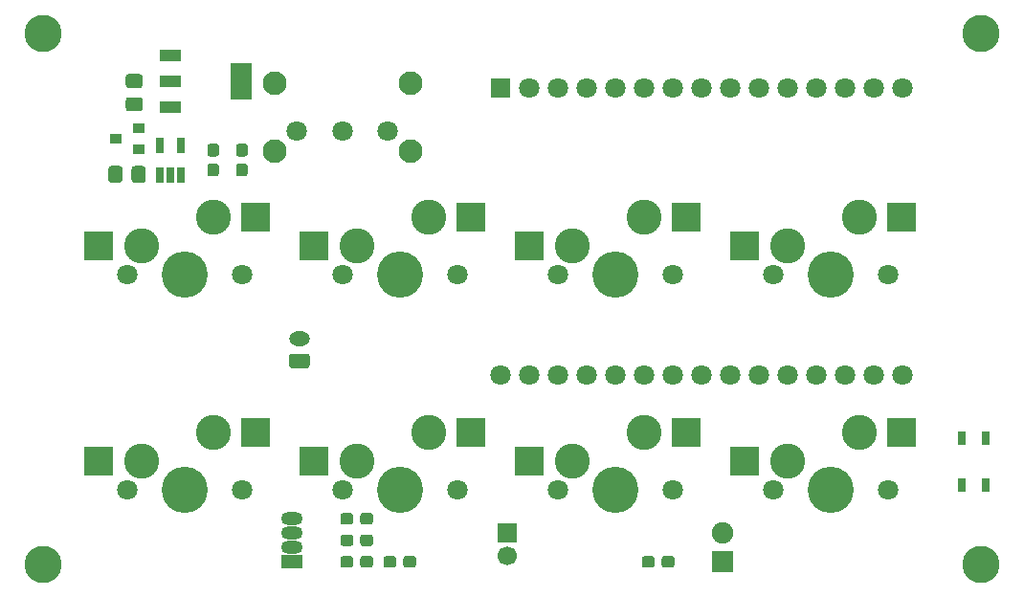
<source format=gbs>
G04 #@! TF.GenerationSoftware,KiCad,Pcbnew,(5.1.6)-1*
G04 #@! TF.CreationDate,2021-05-26T01:20:37+09:00*
G04 #@! TF.ProjectId,ble_macro_keyboard,626c655f-6d61-4637-926f-5f6b6579626f,rev?*
G04 #@! TF.SameCoordinates,Original*
G04 #@! TF.FileFunction,Soldermask,Bot*
G04 #@! TF.FilePolarity,Negative*
%FSLAX46Y46*%
G04 Gerber Fmt 4.6, Leading zero omitted, Abs format (unit mm)*
G04 Created by KiCad (PCBNEW (5.1.6)-1) date 2021-05-26 01:20:37*
%MOMM*%
%LPD*%
G01*
G04 APERTURE LIST*
%ADD10C,1.800000*%
%ADD11C,2.100000*%
%ADD12C,3.300000*%
%ADD13R,1.800000X1.800000*%
%ADD14R,0.658800X1.370000*%
%ADD15R,2.650000X2.600000*%
%ADD16C,3.100000*%
%ADD17C,4.087800*%
%ADD18C,1.801800*%
%ADD19R,0.750000X1.150000*%
%ADD20R,1.000000X0.900000*%
%ADD21O,1.850000X1.300000*%
%ADD22R,1.850000X3.300000*%
%ADD23R,1.850000X1.050000*%
%ADD24O,1.900000X1.170000*%
%ADD25R,1.900000X1.170000*%
%ADD26C,1.900000*%
%ADD27R,1.900000X1.900000*%
%ADD28C,1.700000*%
%ADD29R,1.700000X1.700000*%
G04 APERTURE END LIST*
D10*
X34480000Y-12700000D03*
X30480000Y-12700000D03*
X26480000Y-12700000D03*
D11*
X24480000Y-8450000D03*
X36480000Y-8450000D03*
X36480000Y-14450000D03*
X24480000Y-14450000D03*
D12*
X87000000Y-51000000D03*
X87000000Y-4000000D03*
X4000000Y-4000000D03*
X4000000Y-51000000D03*
D10*
X44450000Y-34290000D03*
X46990000Y-34290000D03*
X49530000Y-34290000D03*
X52070000Y-34290000D03*
X54610000Y-34290000D03*
X57150000Y-34290000D03*
X59690000Y-34290000D03*
X62230000Y-34290000D03*
X64770000Y-34290000D03*
X67310000Y-34290000D03*
X69850000Y-34290000D03*
X72390000Y-34290000D03*
X74930000Y-34290000D03*
X77470000Y-34290000D03*
X80010000Y-34290000D03*
X80010000Y-8890000D03*
X77470000Y-8890000D03*
X74930000Y-8890000D03*
X72390000Y-8890000D03*
X69850000Y-8890000D03*
X67310000Y-8890000D03*
X64770000Y-8890000D03*
X62230000Y-8890000D03*
X59690000Y-8890000D03*
X57150000Y-8890000D03*
X54610000Y-8890000D03*
X52070000Y-8890000D03*
X49530000Y-8890000D03*
X46990000Y-8890000D03*
D13*
X44450000Y-8890000D03*
D14*
X16179800Y-13944600D03*
X14300200Y-13944600D03*
X14300200Y-16535400D03*
X15240000Y-16535400D03*
X16179800Y-16535400D03*
D15*
X79950000Y-39370000D03*
D16*
X76200000Y-39370000D03*
X69850000Y-41910000D03*
D17*
X73660000Y-44450000D03*
D18*
X78740000Y-44450000D03*
X68580000Y-44450000D03*
D15*
X66100000Y-41910000D03*
X60900000Y-39370000D03*
D16*
X57150000Y-39370000D03*
X50800000Y-41910000D03*
D17*
X54610000Y-44450000D03*
D18*
X59690000Y-44450000D03*
X49530000Y-44450000D03*
D15*
X47050000Y-41910000D03*
X41850000Y-39370000D03*
D16*
X38100000Y-39370000D03*
X31750000Y-41910000D03*
D17*
X35560000Y-44450000D03*
D18*
X40640000Y-44450000D03*
X30480000Y-44450000D03*
D15*
X28000000Y-41910000D03*
X22800000Y-39370000D03*
D16*
X19050000Y-39370000D03*
X12700000Y-41910000D03*
D17*
X16510000Y-44450000D03*
D18*
X21590000Y-44450000D03*
X11430000Y-44450000D03*
D15*
X8950000Y-41910000D03*
X79950000Y-20320000D03*
D16*
X76200000Y-20320000D03*
X69850000Y-22860000D03*
D17*
X73660000Y-25400000D03*
D18*
X78740000Y-25400000D03*
X68580000Y-25400000D03*
D15*
X66100000Y-22860000D03*
X60900000Y-20320000D03*
D16*
X57150000Y-20320000D03*
X50800000Y-22860000D03*
D17*
X54610000Y-25400000D03*
D18*
X59690000Y-25400000D03*
X49530000Y-25400000D03*
D15*
X47050000Y-22860000D03*
X41850000Y-20320000D03*
D16*
X38100000Y-20320000D03*
X31750000Y-22860000D03*
D17*
X35560000Y-25400000D03*
D18*
X40640000Y-25400000D03*
X30480000Y-25400000D03*
D15*
X28000000Y-22860000D03*
X22800000Y-20320000D03*
D16*
X19050000Y-20320000D03*
X12700000Y-22860000D03*
D17*
X16510000Y-25400000D03*
D18*
X21590000Y-25400000D03*
X11430000Y-25400000D03*
D15*
X8950000Y-22860000D03*
D19*
X87435000Y-43985000D03*
X87435000Y-39835000D03*
X85285000Y-43985000D03*
X85285000Y-39835000D03*
G36*
G01*
X35260000Y-50537500D02*
X35260000Y-51062500D01*
G75*
G02*
X34997500Y-51325000I-262500J0D01*
G01*
X34372500Y-51325000D01*
G75*
G02*
X34110000Y-51062500I0J262500D01*
G01*
X34110000Y-50537500D01*
G75*
G02*
X34372500Y-50275000I262500J0D01*
G01*
X34997500Y-50275000D01*
G75*
G02*
X35260000Y-50537500I0J-262500D01*
G01*
G37*
G36*
G01*
X37010000Y-50537500D02*
X37010000Y-51062500D01*
G75*
G02*
X36747500Y-51325000I-262500J0D01*
G01*
X36122500Y-51325000D01*
G75*
G02*
X35860000Y-51062500I0J262500D01*
G01*
X35860000Y-50537500D01*
G75*
G02*
X36122500Y-50275000I262500J0D01*
G01*
X36747500Y-50275000D01*
G75*
G02*
X37010000Y-50537500I0J-262500D01*
G01*
G37*
G36*
G01*
X31450000Y-48632500D02*
X31450000Y-49157500D01*
G75*
G02*
X31187500Y-49420000I-262500J0D01*
G01*
X30562500Y-49420000D01*
G75*
G02*
X30300000Y-49157500I0J262500D01*
G01*
X30300000Y-48632500D01*
G75*
G02*
X30562500Y-48370000I262500J0D01*
G01*
X31187500Y-48370000D01*
G75*
G02*
X31450000Y-48632500I0J-262500D01*
G01*
G37*
G36*
G01*
X33200000Y-48632500D02*
X33200000Y-49157500D01*
G75*
G02*
X32937500Y-49420000I-262500J0D01*
G01*
X32312500Y-49420000D01*
G75*
G02*
X32050000Y-49157500I0J262500D01*
G01*
X32050000Y-48632500D01*
G75*
G02*
X32312500Y-48370000I262500J0D01*
G01*
X32937500Y-48370000D01*
G75*
G02*
X33200000Y-48632500I0J-262500D01*
G01*
G37*
G36*
G01*
X31450000Y-46727500D02*
X31450000Y-47252500D01*
G75*
G02*
X31187500Y-47515000I-262500J0D01*
G01*
X30562500Y-47515000D01*
G75*
G02*
X30300000Y-47252500I0J262500D01*
G01*
X30300000Y-46727500D01*
G75*
G02*
X30562500Y-46465000I262500J0D01*
G01*
X31187500Y-46465000D01*
G75*
G02*
X31450000Y-46727500I0J-262500D01*
G01*
G37*
G36*
G01*
X33200000Y-46727500D02*
X33200000Y-47252500D01*
G75*
G02*
X32937500Y-47515000I-262500J0D01*
G01*
X32312500Y-47515000D01*
G75*
G02*
X32050000Y-47252500I0J262500D01*
G01*
X32050000Y-46727500D01*
G75*
G02*
X32312500Y-46465000I262500J0D01*
G01*
X32937500Y-46465000D01*
G75*
G02*
X33200000Y-46727500I0J-262500D01*
G01*
G37*
G36*
G01*
X31450000Y-50537500D02*
X31450000Y-51062500D01*
G75*
G02*
X31187500Y-51325000I-262500J0D01*
G01*
X30562500Y-51325000D01*
G75*
G02*
X30300000Y-51062500I0J262500D01*
G01*
X30300000Y-50537500D01*
G75*
G02*
X30562500Y-50275000I262500J0D01*
G01*
X31187500Y-50275000D01*
G75*
G02*
X31450000Y-50537500I0J-262500D01*
G01*
G37*
G36*
G01*
X33200000Y-50537500D02*
X33200000Y-51062500D01*
G75*
G02*
X32937500Y-51325000I-262500J0D01*
G01*
X32312500Y-51325000D01*
G75*
G02*
X32050000Y-51062500I0J262500D01*
G01*
X32050000Y-50537500D01*
G75*
G02*
X32312500Y-50275000I262500J0D01*
G01*
X32937500Y-50275000D01*
G75*
G02*
X33200000Y-50537500I0J-262500D01*
G01*
G37*
G36*
G01*
X58120000Y-50537500D02*
X58120000Y-51062500D01*
G75*
G02*
X57857500Y-51325000I-262500J0D01*
G01*
X57232500Y-51325000D01*
G75*
G02*
X56970000Y-51062500I0J262500D01*
G01*
X56970000Y-50537500D01*
G75*
G02*
X57232500Y-50275000I262500J0D01*
G01*
X57857500Y-50275000D01*
G75*
G02*
X58120000Y-50537500I0J-262500D01*
G01*
G37*
G36*
G01*
X59870000Y-50537500D02*
X59870000Y-51062500D01*
G75*
G02*
X59607500Y-51325000I-262500J0D01*
G01*
X58982500Y-51325000D01*
G75*
G02*
X58720000Y-51062500I0J262500D01*
G01*
X58720000Y-50537500D01*
G75*
G02*
X58982500Y-50275000I262500J0D01*
G01*
X59607500Y-50275000D01*
G75*
G02*
X59870000Y-50537500I0J-262500D01*
G01*
G37*
G36*
G01*
X18787500Y-15540000D02*
X19312500Y-15540000D01*
G75*
G02*
X19575000Y-15802500I0J-262500D01*
G01*
X19575000Y-16427500D01*
G75*
G02*
X19312500Y-16690000I-262500J0D01*
G01*
X18787500Y-16690000D01*
G75*
G02*
X18525000Y-16427500I0J262500D01*
G01*
X18525000Y-15802500D01*
G75*
G02*
X18787500Y-15540000I262500J0D01*
G01*
G37*
G36*
G01*
X18787500Y-13790000D02*
X19312500Y-13790000D01*
G75*
G02*
X19575000Y-14052500I0J-262500D01*
G01*
X19575000Y-14677500D01*
G75*
G02*
X19312500Y-14940000I-262500J0D01*
G01*
X18787500Y-14940000D01*
G75*
G02*
X18525000Y-14677500I0J262500D01*
G01*
X18525000Y-14052500D01*
G75*
G02*
X18787500Y-13790000I262500J0D01*
G01*
G37*
G36*
G01*
X21327500Y-15540000D02*
X21852500Y-15540000D01*
G75*
G02*
X22115000Y-15802500I0J-262500D01*
G01*
X22115000Y-16427500D01*
G75*
G02*
X21852500Y-16690000I-262500J0D01*
G01*
X21327500Y-16690000D01*
G75*
G02*
X21065000Y-16427500I0J262500D01*
G01*
X21065000Y-15802500D01*
G75*
G02*
X21327500Y-15540000I262500J0D01*
G01*
G37*
G36*
G01*
X21327500Y-13790000D02*
X21852500Y-13790000D01*
G75*
G02*
X22115000Y-14052500I0J-262500D01*
G01*
X22115000Y-14677500D01*
G75*
G02*
X21852500Y-14940000I-262500J0D01*
G01*
X21327500Y-14940000D01*
G75*
G02*
X21065000Y-14677500I0J262500D01*
G01*
X21065000Y-14052500D01*
G75*
G02*
X21327500Y-13790000I262500J0D01*
G01*
G37*
D20*
X10430000Y-13335000D03*
X12430000Y-14285000D03*
X12430000Y-12385000D03*
D21*
X26670000Y-31020000D03*
G36*
G01*
X27324168Y-33670000D02*
X26015832Y-33670000D01*
G75*
G02*
X25745000Y-33399168I0J270832D01*
G01*
X25745000Y-32640832D01*
G75*
G02*
X26015832Y-32370000I270832J0D01*
G01*
X27324168Y-32370000D01*
G75*
G02*
X27595000Y-32640832I0J-270832D01*
G01*
X27595000Y-33399168D01*
G75*
G02*
X27324168Y-33670000I-270832J0D01*
G01*
G37*
D22*
X21565000Y-8255000D03*
D23*
X15265000Y-5955000D03*
X15265000Y-8255000D03*
X15265000Y-10555000D03*
D24*
X26035000Y-46990000D03*
X26035000Y-48260000D03*
X26035000Y-49530000D03*
D25*
X26035000Y-50800000D03*
D26*
X64135000Y-48260000D03*
D27*
X64135000Y-50800000D03*
G36*
G01*
X11586738Y-9680000D02*
X12543262Y-9680000D01*
G75*
G02*
X12815000Y-9951738I0J-271738D01*
G01*
X12815000Y-10658262D01*
G75*
G02*
X12543262Y-10930000I-271738J0D01*
G01*
X11586738Y-10930000D01*
G75*
G02*
X11315000Y-10658262I0J271738D01*
G01*
X11315000Y-9951738D01*
G75*
G02*
X11586738Y-9680000I271738J0D01*
G01*
G37*
G36*
G01*
X11586738Y-7630000D02*
X12543262Y-7630000D01*
G75*
G02*
X12815000Y-7901738I0J-271738D01*
G01*
X12815000Y-8608262D01*
G75*
G02*
X12543262Y-8880000I-271738J0D01*
G01*
X11586738Y-8880000D01*
G75*
G02*
X11315000Y-8608262I0J271738D01*
G01*
X11315000Y-7901738D01*
G75*
G02*
X11586738Y-7630000I271738J0D01*
G01*
G37*
G36*
G01*
X11030000Y-16031738D02*
X11030000Y-16988262D01*
G75*
G02*
X10758262Y-17260000I-271738J0D01*
G01*
X10051738Y-17260000D01*
G75*
G02*
X9780000Y-16988262I0J271738D01*
G01*
X9780000Y-16031738D01*
G75*
G02*
X10051738Y-15760000I271738J0D01*
G01*
X10758262Y-15760000D01*
G75*
G02*
X11030000Y-16031738I0J-271738D01*
G01*
G37*
G36*
G01*
X13080000Y-16031738D02*
X13080000Y-16988262D01*
G75*
G02*
X12808262Y-17260000I-271738J0D01*
G01*
X12101738Y-17260000D01*
G75*
G02*
X11830000Y-16988262I0J271738D01*
G01*
X11830000Y-16031738D01*
G75*
G02*
X12101738Y-15760000I271738J0D01*
G01*
X12808262Y-15760000D01*
G75*
G02*
X13080000Y-16031738I0J-271738D01*
G01*
G37*
D28*
X45085000Y-50260000D03*
D29*
X45085000Y-48260000D03*
M02*

</source>
